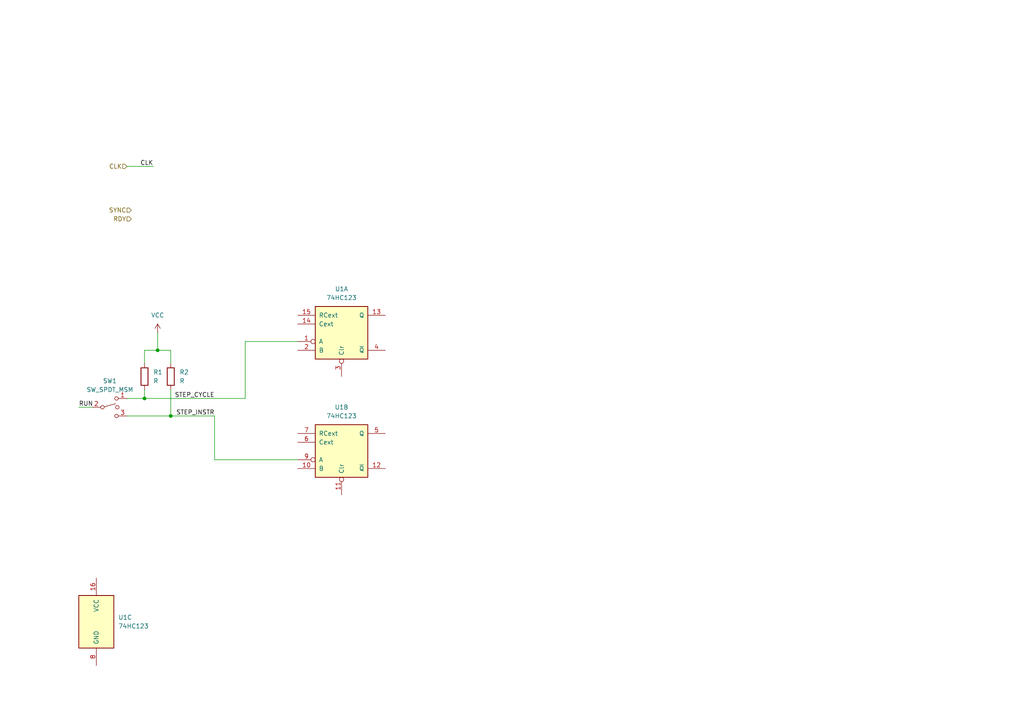
<source format=kicad_sch>
(kicad_sch (version 20230121) (generator eeschema)
  (paper "A4")
  (title_block (title "FP65 Control Panel A: Single step logic") (rev "A"))
  (lib_symbols
    (symbol "74xx:74HC123" (pin_names (offset 1.016))
      (property "Reference" "U" (at -7.62 8.89 0))
      (property "Value" "74HC123" (at -7.62 -8.89 0))
      (symbol "74HC123_1_0"
        (pin input inverted (at -12.7 -2.54 0) (length 5.08) (name "A") (number "1"))
        (pin output line (at 12.7 5.08 180) (length 5.08) (name "Q") (number "13"))
        (pin input line (at -12.7 2.54 0) (length 5.08) (name "Cext") (number "14"))
        (pin input line (at -12.7 5.08 0) (length 5.08) (name "RCext") (number "15"))
        (pin input line (at -12.7 -5.08 0) (length 5.08) (name "B") (number "2"))
        (pin input inverted (at 0 -12.7 90) (length 5.08) (name "Clr") (number "3"))
        (pin output line (at 12.7 -5.08 180) (length 5.08) (name "~{Q}") (number "4"))
      )
      (symbol "74HC123_1_1"
        (rectangle (start -7.62 7.62) (end 7.62 -7.62) (stroke (width 0.254)) (fill (type background)))
      )
      (symbol "74HC123_2_0"
        (pin input line (at -12.7 -5.08 0) (length 5.08) (name "B") (number "10"))
        (pin input inverted (at 0 -12.7 90) (length 5.08) (name "Clr") (number "11"))
        (pin output line (at 12.7 -5.08 180) (length 5.08) (name "~{Q}") (number "12"))
        (pin output line (at 12.7 5.08 180) (length 5.08) (name "Q") (number "5"))
        (pin input line (at -12.7 2.54 0) (length 5.08) (name "Cext") (number "6"))
        (pin input line (at -12.7 5.08 0) (length 5.08) (name "RCext") (number "7"))
        (pin input inverted (at -12.7 -2.54 0) (length 5.08) (name "A") (number "9"))
      )
      (symbol "74HC123_2_1"
        (rectangle (start -7.62 7.62) (end 7.62 -7.62) (stroke (width 0.254)) (fill (type background)))
      )
      (symbol "74HC123_3_0"
        (pin power_in line (at 0 12.7 270) (length 5.08) (name "VCC") (number "16"))
        (pin power_in line (at 0 -12.7 90) (length 5.08) (name "GND") (number "8"))
      )
      (symbol "74HC123_3_1"
        (rectangle (start -5.08 7.62) (end 5.08 -7.62) (stroke (width 0.254)) (fill (type background)))
      )
    )
    (symbol "Device:R" (pin_numbers hide) (pin_names (offset 0))
      (property "Reference" "R" (at 2.032 0 90))
      (property "Value" "R" (at 0 0 90))
      (symbol "R_0_1"
        (rectangle (start -1.016 -2.54) (end 1.016 2.54) (stroke (width 0.254)))
      )
      (symbol "R_1_1"
        (pin passive line (at 0 3.81 270) (length 1.27) (name "~") (number "1"))
        (pin passive line (at 0 -3.81 90) (length 1.27) (name "~") (number "2"))
      )
    )
    (symbol "Switch:SW_SPDT_MSM" (pin_names (offset 0) hide)
      (property "Reference" "SW" (at 0 5.08 0))
      (property "Value" "SW_SPDT_MSM" (at 0 -5.08 0))
      (symbol "SW_SPDT_MSM_0_0"
        (circle (center -2.032 0) (radius 0.508))
        (polyline (pts (xy -1.524 0.127) (xy 1.778 1.016)))
        (circle (center 2.032 -2.54) (radius 0.508))
      )
      (symbol "SW_SPDT_MSM_0_1"
        (circle (center 2.032 2.54) (radius 0.508))
        (circle (center 2.286 0) (radius 0.508))
      )
      (symbol "SW_SPDT_MSM_1_1"
        (pin passive line (at 5.08 2.54 180) (length 2.54) (name "1") (number "1"))
        (pin passive line (at -5.08 0 0) (length 2.54) (name "2") (number "2"))
        (pin passive line (at 5.08 -2.54 180) (length 2.54) (name "3") (number "3"))
      )
    )
    (symbol "power:VCC" (power) (pin_names (offset 0))
      (property "Value" "VCC" (at 0 3.81 0))
      (symbol "VCC_0_1"
        (polyline (pts (xy -0.762 1.27) (xy 0 2.54)))
        (polyline (pts (xy 0 0) (xy 0 2.54)))
        (polyline (pts (xy 0 2.54) (xy 0.762 1.27)))
      )
      (symbol "VCC_1_1"
        (pin power_in line (at 0 0 90) (length 0) hide (name "VCC") (number "1"))
      )
    )
  )
  (junction (at 49.53 120.65))
  (junction (at 41.91 115.57))
  (junction (at 45.72 101.6))
  (wire (pts (xy 49.53 120.65) (xy 62.23 120.65)))
  (wire (pts (xy 71.12 99.06) (xy 71.12 115.57)))
  (wire (pts (xy 45.72 96.52) (xy 45.72 101.6)))
  (wire (pts (xy 41.91 113.03) (xy 41.91 115.57)))
  (wire (pts (xy 45.72 101.6) (xy 49.53 101.6)))
  (wire (pts (xy 86.36 133.35) (xy 62.23 133.35)))
  (wire (pts (xy 86.36 99.06) (xy 71.12 99.06)))
  (wire (pts (xy 36.83 120.65) (xy 49.53 120.65)))
  (wire (pts (xy 26.67 118.11) (xy 22.86 118.11)))
  (wire (pts (xy 49.53 101.6) (xy 49.53 105.41)))
  (wire (pts (xy 49.53 113.03) (xy 49.53 120.65)))
  (wire (pts (xy 41.91 101.6) (xy 45.72 101.6)))
  (wire (pts (xy 36.83 115.57) (xy 41.91 115.57)))
  (wire (pts (xy 36.83 48.26) (xy 44.45 48.26)))
  (wire (pts (xy 62.23 133.35) (xy 62.23 120.65)))
  (wire (pts (xy 41.91 115.57) (xy 71.12 115.57)))
  (wire (pts (xy 41.91 105.41) (xy 41.91 101.6)))
  (label "STEP_INSTR" (at 62.23 120.65 180))
  (label "CLK" (at 44.45 48.26 180))
  (label "STEP_CYCLE" (at 62.23 115.57 180))
  (label "RUN" (at 22.86 118.11 0))
  (hierarchical_label "RDY" (shape input) (at 38.1 63.5 180))
  (hierarchical_label "CLK" (shape input) (at 36.83 48.26 180))
  (hierarchical_label "SYNC" (shape input) (at 38.1 60.96 180))
  (symbol (lib_id "Device:R") (at 41.91 109.22 0) (unit 1)
    (property "Reference" "R1" (at 44.45 107.95 0) (effects (justify left)))
    (property "Value" "R" (at 44.45 110.49 0) (effects (justify left)))
  )
  (symbol (lib_id "Device:R") (at 49.53 109.22 0) (unit 1)
    (property "Reference" "R2" (at 52.07 107.95 0) (effects (justify left)))
    (property "Value" "R" (at 52.07 110.49 0) (effects (justify left)))
  )
  (symbol (lib_id "Switch:SW_SPDT_MSM") (at 31.75 118.11 0) (unit 1)
    (property "Reference" "SW1" (at 31.877 110.49 0))
    (property "Value" "SW_SPDT_MSM" (at 31.877 113.03 0))
  )
  (symbol (lib_id "74xx:74HC123") (at 99.06 130.81 0) (unit 2)
    (property "Reference" "U1" (at 99.06 118.11 0))
    (property "Value" "74HC123" (at 99.06 120.65 0))
    (property "Datasheet" "https://assets.nexperia.com/documents/data-sheet/74HC_HCT123.pdf" (effects hide))
  )
  (symbol (lib_id "74xx:74HC123") (at 27.94 180.34 0) (unit 3)
    (property "Reference" "U1" (at 34.29 179.07 0) (effects (justify left)))
    (property "Value" "74HC123" (at 34.29 181.61 0) (effects (justify left)))
    (property "Datasheet" "https://assets.nexperia.com/documents/data-sheet/74HC_HCT123.pdf" (effects hide))
  )
  (symbol (lib_id "74xx:74HC123") (at 99.06 96.52 0) (unit 1)
    (property "Reference" "U1" (at 99.06 83.82 0))
    (property "Value" "74HC123" (at 99.06 86.36 0))
    (property "Datasheet" "https://assets.nexperia.com/documents/data-sheet/74HC_HCT123.pdf" (effects hide))
  )
  (symbol (lib_id "power:VCC") (at 45.72 96.52 0) (unit 1)
    (property "Reference" "#PWR04" (effects hide))
    (property "Value" "VCC" (at 45.72 91.44 0))
  )
)
</source>
